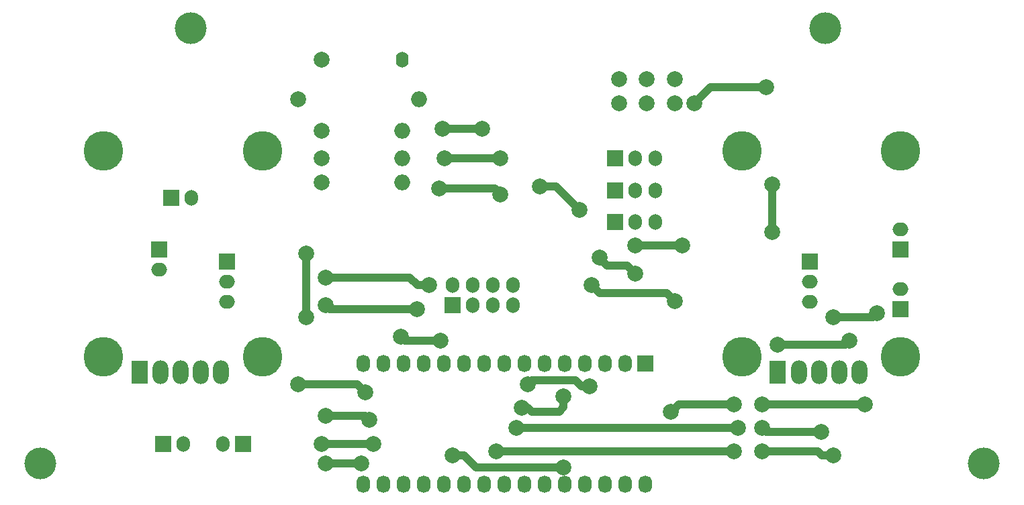
<source format=gbr>
G04 #@! TF.GenerationSoftware,KiCad,Pcbnew,(5.1.5)-3*
G04 #@! TF.CreationDate,2020-04-14T01:24:30+03:00*
G04 #@! TF.ProjectId,Transmitter,5472616e-736d-4697-9474-65722e6b6963,rev?*
G04 #@! TF.SameCoordinates,Original*
G04 #@! TF.FileFunction,Copper,L1,Top*
G04 #@! TF.FilePolarity,Positive*
%FSLAX46Y46*%
G04 Gerber Fmt 4.6, Leading zero omitted, Abs format (unit mm)*
G04 Created by KiCad (PCBNEW (5.1.5)-3) date 2020-04-14 01:24:30*
%MOMM*%
%LPD*%
G04 APERTURE LIST*
%ADD10C,2.000000*%
%ADD11O,2.000000X2.000000*%
%ADD12O,1.700000X2.000000*%
%ADD13R,2.000000X2.000000*%
%ADD14O,1.600000X2.000000*%
%ADD15O,2.000000X3.000000*%
%ADD16R,2.000000X3.000000*%
%ADD17C,5.000000*%
%ADD18O,2.000000X1.700000*%
%ADD19O,1.700000X2.200000*%
%ADD20C,4.000000*%
%ADD21C,1.000000*%
G04 APERTURE END LIST*
D10*
X121500000Y-85000000D03*
D11*
X131660000Y-85000000D03*
D10*
X121500000Y-82000000D03*
D11*
X131660000Y-82000000D03*
D10*
X121500000Y-78500000D03*
D11*
X131660000Y-78500000D03*
D12*
X145580000Y-98000000D03*
X145580000Y-100540000D03*
X143040000Y-98000000D03*
X143040000Y-100540000D03*
X140500000Y-98000000D03*
X140500000Y-100540000D03*
X137960000Y-98000000D03*
D13*
X137960000Y-100540000D03*
D10*
X118500000Y-74500000D03*
D11*
X133740000Y-74500000D03*
D10*
X121500000Y-69500000D03*
D14*
X131660000Y-69500000D03*
D15*
X189280000Y-108960000D03*
X186740000Y-108960000D03*
X184200000Y-108960000D03*
X181660000Y-108960000D03*
D16*
X179000000Y-109000000D03*
D17*
X174500000Y-81000000D03*
X194500000Y-81000000D03*
X194500000Y-107000000D03*
X174500000Y-107000000D03*
D15*
X108780000Y-108960000D03*
X106240000Y-108960000D03*
X103700000Y-108960000D03*
X101160000Y-108960000D03*
D16*
X98500000Y-109000000D03*
D17*
X94000000Y-81000000D03*
X114000000Y-81000000D03*
X114000000Y-107000000D03*
X94000000Y-107000000D03*
D13*
X109500000Y-95000000D03*
D18*
X109500000Y-97540000D03*
X109500000Y-100080000D03*
D13*
X183000000Y-95000000D03*
D18*
X183000000Y-97540000D03*
X183000000Y-100080000D03*
D13*
X194500000Y-101040000D03*
D18*
X194500000Y-98500000D03*
D13*
X101500000Y-118000000D03*
D12*
X104040000Y-118000000D03*
D13*
X194500000Y-93500000D03*
D18*
X194500000Y-90960000D03*
D13*
X111540000Y-118000000D03*
D12*
X109000000Y-118000000D03*
D13*
X101000000Y-93500000D03*
D18*
X101000000Y-96040000D03*
D13*
X158500000Y-90000000D03*
D12*
X161040000Y-90000000D03*
X163580000Y-90000000D03*
D13*
X158500000Y-86000000D03*
D12*
X161040000Y-86000000D03*
X163580000Y-86000000D03*
D13*
X158500000Y-82000000D03*
D12*
X161040000Y-82000000D03*
X163580000Y-82000000D03*
D13*
X102500000Y-87000000D03*
D12*
X105040000Y-87000000D03*
D19*
X126720000Y-107880000D03*
X126720000Y-123120000D03*
X129260000Y-107880000D03*
X129260000Y-123120000D03*
X131800000Y-107880000D03*
X131800000Y-123120000D03*
X134340000Y-107880000D03*
X134340000Y-123120000D03*
X136880000Y-107880000D03*
X136880000Y-123120000D03*
X139420000Y-107880000D03*
X139420000Y-123120000D03*
X141960000Y-107880000D03*
X141960000Y-123120000D03*
X144500000Y-107880000D03*
X144500000Y-123120000D03*
X147040000Y-107880000D03*
X147040000Y-123120000D03*
X149580000Y-107880000D03*
X149580000Y-123120000D03*
X152120000Y-107880000D03*
X152120000Y-123120000D03*
X154660000Y-107880000D03*
X154660000Y-123120000D03*
X157200000Y-107880000D03*
X157200000Y-123120000D03*
X159740000Y-107880000D03*
X159740000Y-123120000D03*
D13*
X162280000Y-107880000D03*
D19*
X162280000Y-123120000D03*
D20*
X86000000Y-120500000D03*
X205000000Y-120500000D03*
X185000000Y-65500000D03*
X105000000Y-65500000D03*
D10*
X126500000Y-120500000D03*
X122000000Y-120500000D03*
X131500000Y-104500000D03*
X136500000Y-105000000D03*
X121500000Y-118000000D03*
X128000000Y-118000000D03*
X184500000Y-116500000D03*
X177000000Y-116000000D03*
X174000000Y-116000000D03*
X146000000Y-116000000D03*
X136299999Y-85799999D03*
X144000000Y-86500000D03*
X154000000Y-88500000D03*
X149000000Y-85500000D03*
X186000000Y-119500000D03*
X177000000Y-119000000D03*
X173500000Y-119000000D03*
X143500000Y-119000000D03*
X161000000Y-96500000D03*
X156500000Y-94500000D03*
X137000000Y-82000000D03*
X144000000Y-82000000D03*
X155500000Y-98000000D03*
X166000000Y-100000000D03*
X155250000Y-110750000D03*
X147500000Y-110500000D03*
X141750000Y-78250000D03*
X136750000Y-78250000D03*
X190000000Y-113000000D03*
X177000000Y-113000000D03*
X173500000Y-113000000D03*
X165500000Y-114000000D03*
X118500000Y-110500000D03*
X152000000Y-112000000D03*
X146750000Y-113500000D03*
X127000000Y-111500000D03*
X133500000Y-101000000D03*
X122000000Y-100500000D03*
X179000000Y-105500000D03*
X188000000Y-105000000D03*
X159000000Y-72000000D03*
X162500000Y-72000000D03*
X166000000Y-72000000D03*
X161040000Y-92960000D03*
X166960000Y-92960000D03*
X178250000Y-85250000D03*
X178250000Y-91250000D03*
X186000000Y-102000000D03*
X191500000Y-101500000D03*
X135000000Y-98000000D03*
X122000000Y-97000000D03*
X177500000Y-73000000D03*
X168500000Y-75000000D03*
X159000000Y-75000000D03*
X162500000Y-75000000D03*
X166000000Y-75000000D03*
X119500000Y-94000000D03*
X119500000Y-102000000D03*
X122000000Y-114500000D03*
X127500000Y-115000000D03*
X138000000Y-119500000D03*
X152000000Y-121000000D03*
D21*
X126500000Y-120500000D02*
X122000000Y-120500000D01*
X122000000Y-120500000D02*
X122000000Y-120500000D01*
X136500000Y-105000000D02*
X136500000Y-105000000D01*
X132000000Y-105000000D02*
X131500000Y-104500000D01*
X136500000Y-105000000D02*
X132000000Y-105000000D01*
X121500000Y-118000000D02*
X128000000Y-118000000D01*
X128000000Y-118000000D02*
X128000000Y-118000000D01*
X184500000Y-116500000D02*
X177500000Y-116500000D01*
X177500000Y-116500000D02*
X177000000Y-116000000D01*
X177000000Y-116000000D02*
X177000000Y-116000000D01*
X174000000Y-116000000D02*
X146000000Y-116000000D01*
X146000000Y-116000000D02*
X146000000Y-116000000D01*
X136299999Y-85799999D02*
X143299999Y-85799999D01*
X143299999Y-85799999D02*
X144000000Y-86500000D01*
X144000000Y-86500000D02*
X144000000Y-86500000D01*
X151000000Y-85500000D02*
X154000000Y-88500000D01*
X149000000Y-85500000D02*
X151000000Y-85500000D01*
X184585787Y-119500000D02*
X184085787Y-119000000D01*
X186000000Y-119500000D02*
X184585787Y-119500000D01*
X184085787Y-119000000D02*
X177500000Y-119000000D01*
X177500000Y-119000000D02*
X177000000Y-119000000D01*
X177000000Y-119000000D02*
X177000000Y-119000000D01*
X173500000Y-119000000D02*
X143500000Y-119000000D01*
X161000000Y-96500000D02*
X160000000Y-95500000D01*
X157499999Y-95499999D02*
X156500000Y-94500000D01*
X160000000Y-95500000D02*
X157499999Y-95499999D01*
X137000000Y-82000000D02*
X144000000Y-82000000D01*
X144000000Y-82000000D02*
X144000000Y-82000000D01*
X156499999Y-98999999D02*
X164999999Y-98999999D01*
X155500000Y-98000000D02*
X156499999Y-98999999D01*
X164999999Y-98999999D02*
X166000000Y-100000000D01*
X166000000Y-100000000D02*
X166000000Y-100000000D01*
X155250000Y-110750000D02*
X154250000Y-110750000D01*
X154250000Y-110750000D02*
X153500000Y-110000000D01*
X153500000Y-110000000D02*
X148000000Y-110000000D01*
X148000000Y-110000000D02*
X147500000Y-110500000D01*
X147500000Y-110500000D02*
X147500000Y-110500000D01*
X141750000Y-78250000D02*
X136750000Y-78250000D01*
X136750000Y-78250000D02*
X136750000Y-78250000D01*
X190000000Y-113000000D02*
X177000000Y-113000000D01*
X177000000Y-113000000D02*
X177000000Y-113000000D01*
X173500000Y-113000000D02*
X166500000Y-113000000D01*
X166500000Y-113000000D02*
X165500000Y-114000000D01*
X165500000Y-114000000D02*
X165500000Y-114000000D01*
X146750000Y-113500000D02*
X147500000Y-113500000D01*
X147500000Y-113500000D02*
X148000000Y-114000000D01*
X127000000Y-111500000D02*
X127000000Y-111500000D01*
X151414213Y-114000000D02*
X148000000Y-114000000D01*
X152000000Y-113414213D02*
X151414213Y-114000000D01*
X152000000Y-112000000D02*
X152000000Y-113414213D01*
X121500000Y-110500000D02*
X118500000Y-110500000D01*
X127000000Y-111500000D02*
X126000000Y-110500000D01*
X126000000Y-110500000D02*
X121500000Y-110500000D01*
X133500000Y-101000000D02*
X122500000Y-101000000D01*
X122500000Y-101000000D02*
X122000000Y-100500000D01*
X122000000Y-100500000D02*
X122000000Y-100500000D01*
X179000000Y-105500000D02*
X187500000Y-105500000D01*
X187500000Y-105500000D02*
X188000000Y-105000000D01*
X188000000Y-105000000D02*
X188000000Y-105000000D01*
X161040000Y-92960000D02*
X166960000Y-92960000D01*
X166960000Y-92960000D02*
X166960000Y-92960000D01*
X178250000Y-91250000D02*
X178250000Y-91250000D01*
X178250000Y-85250000D02*
X178250000Y-91250000D01*
X186000000Y-102000000D02*
X191000000Y-102000000D01*
X191000000Y-102000000D02*
X191500000Y-101500000D01*
X191500000Y-101500000D02*
X191500000Y-101500000D01*
X133585787Y-98000000D02*
X132585787Y-97000000D01*
X135000000Y-98000000D02*
X133585787Y-98000000D01*
X132585787Y-97000000D02*
X122000000Y-97000000D01*
X122000000Y-97000000D02*
X122000000Y-97000000D01*
X177500000Y-73000000D02*
X170500000Y-73000000D01*
X170500000Y-73000000D02*
X168500000Y-75000000D01*
X168500000Y-75000000D02*
X168500000Y-75000000D01*
X119500000Y-94000000D02*
X119500000Y-95414213D01*
X119500000Y-95414213D02*
X119500000Y-102000000D01*
X119500000Y-102000000D02*
X119500000Y-102000000D01*
X122000000Y-114500000D02*
X127000000Y-114500000D01*
X127000000Y-114500000D02*
X127500000Y-115000000D01*
X127500000Y-115000000D02*
X127500000Y-115000000D01*
X139414213Y-119500000D02*
X140914213Y-121000000D01*
X138000000Y-119500000D02*
X139414213Y-119500000D01*
X140914213Y-121000000D02*
X152000000Y-121000000D01*
X152000000Y-121000000D02*
X152000000Y-121000000D01*
M02*

</source>
